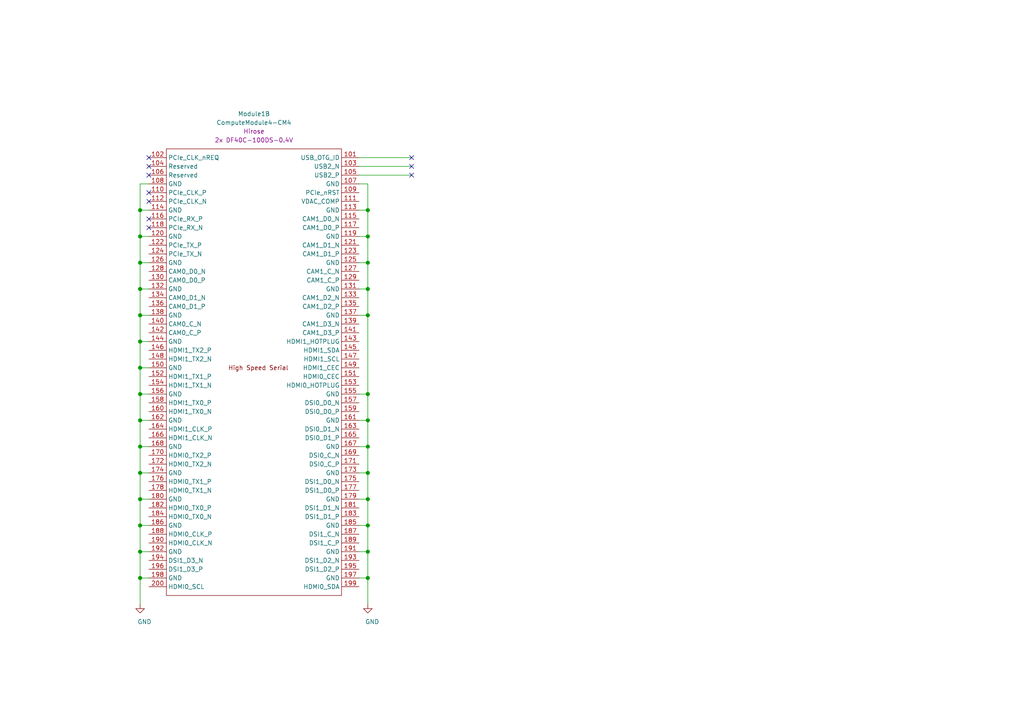
<source format=kicad_sch>
(kicad_sch (version 20210406) (generator eeschema)
  (paper "A4")
  (title_block (title "Raspberry Pi Compute Module 4 Base Carrier") (date "2021-06-01") (rev "v01") (comment 3 "License: CC BY-SA 4.0") (comment 4 "Author: Shawn Hymel"))
  (lib_symbols
    (symbol "CM4IO:ComputeModule4-CM4"
      (property "Reference" "Module" (at 113.03 -68.58 0))
      (property "Value" "ComputeModule4-CM4" (at 140.97 2.54 0))
      (property "Manufacturer" "Hirose" (at 0 0 0))
      (property "MPN" "2x DF40C-100DS-0.4V" (at 0 -2.54 0))
      (property "MPN (Alt)" "2x DF40HC(3.0)-100DS-0.4V" (at 0 0 0))
      (symbol "ComputeModule4-CM4_1_0"
        (text "GPIO" (at 0 6.35 0) (effects (font (size 1.27 1.27))))
      )
      (symbol "ComputeModule4-CM4_1_1"
        (text "600mA Max" (at -8.89 -53.34 0) (effects (font (size 1.27 1.27))))
        (text "600mA Max" (at -8.89 -48.26 0) (effects (font (size 1.27 1.27))))
        (text "NB SD signals are only available" (at -1.27 -27.94 0) (effects (font (size 1.27 1.27))))
        (text "on modules without eMMC" (at -1.27 -30.48 0) (effects (font (size 1.27 1.27))))
        (rectangle (start -30.48 -71.12) (end 25.4 58.42))
        (pin power_in line (at 27.94 55.88 180) (length 2.54) (name "GND") (number "1"))
        (pin passive line (at -33.02 45.72 0) (length 2.54) (name "Ethernet_Pair0_N") (number "10"))
        (pin output line (at -33.02 -68.58 0) (length 2.54) (name "nEXTRST") (number "100"))
        (pin passive line (at 27.94 43.18 180) (length 2.54) (name "Ethernet_Pair2_P") (number "11"))
        (pin passive line (at -33.02 43.18 0) (length 2.54) (name "Ethernet_Pair0_P") (number "12"))
        (pin power_in line (at 27.94 40.64 180) (length 2.54) (name "GND") (number "13"))
        (pin power_in line (at -33.02 40.64 0) (length 2.54) (name "GND") (number "14"))
        (pin output line (at 27.94 38.1 180) (length 2.54) (name "Ethernet_nLED3(3.3v)") (number "15"))
        (pin input line (at -33.02 38.1 0) (length 2.54) (name "Ethernet_SYNC_IN(1.8v)") (number "16"))
        (pin output line (at 27.94 35.56 180) (length 2.54) (name "Ethernet_nLED2(3.3v)") (number "17"))
        (pin input line (at -33.02 35.56 0) (length 2.54) (name "Ethernet_SYNC_OUT(1.8v)") (number "18"))
        (pin output line (at 27.94 33.02 180) (length 2.54) (name "Ethernet_nLED1(3.3v)") (number "19"))
        (pin power_in line (at -33.02 55.88 0) (length 2.54) (name "GND") (number "2"))
        (pin passive line (at -33.02 33.02 0) (length 2.54) (name "EEPROM_nWP") (number "20"))
        (pin open_collector line (at 27.94 30.48 180) (length 2.54) (name "PI_nLED_Activity") (number "21"))
        (pin power_in line (at -33.02 30.48 0) (length 2.54) (name "GND") (number "22"))
        (pin power_in line (at 27.94 27.94 180) (length 2.54) (name "GND") (number "23"))
        (pin passive line (at -33.02 27.94 0) (length 2.54) (name "GPIO26") (number "24"))
        (pin passive line (at 27.94 25.4 180) (length 2.54) (name "GPIO21") (number "25"))
        (pin passive line (at -33.02 25.4 0) (length 2.54) (name "GPIO19") (number "26"))
        (pin passive line (at 27.94 22.86 180) (length 2.54) (name "GPIO20") (number "27"))
        (pin passive line (at -33.02 22.86 0) (length 2.54) (name "GPIO13") (number "28"))
        (pin passive line (at 27.94 20.32 180) (length 2.54) (name "GPIO16") (number "29"))
        (pin passive line (at 27.94 53.34 180) (length 2.54) (name "Ethernet_Pair3_P") (number "3"))
        (pin passive line (at -33.02 20.32 0) (length 2.54) (name "GPIO6") (number "30"))
        (pin passive line (at 27.94 17.78 180) (length 2.54) (name "GPIO12") (number "31"))
        (pin power_in line (at -33.02 17.78 0) (length 2.54) (name "GND") (number "32"))
        (pin power_in line (at 27.94 15.24 180) (length 2.54) (name "GND") (number "33"))
        (pin passive line (at -33.02 15.24 0) (length 2.54) (name "GPIO5") (number "34"))
        (pin passive line (at 27.94 12.7 180) (length 2.54) (name "ID_SC") (number "35"))
        (pin passive line (at -33.02 12.7 0) (length 2.54) (name "ID_SD") (number "36"))
        (pin passive line (at 27.94 10.16 180) (length 2.54) (name "GPIO7") (number "37"))
        (pin passive line (at -33.02 10.16 0) (length 2.54) (name "GPIO11") (number "38"))
        (pin passive line (at 27.94 7.62 180) (length 2.54) (name "GPIO8") (number "39"))
        (pin passive line (at -33.02 53.34 0) (length 2.54) (name "Ethernet_Pair1_P") (number "4"))
        (pin passive line (at -33.02 7.62 0) (length 2.54) (name "GPIO9") (number "40"))
        (pin passive line (at 27.94 5.08 180) (length 2.54) (name "GPIO25") (number "41"))
        (pin power_in line (at -33.02 5.08 0) (length 2.54) (name "GND") (number "42"))
        (pin power_in line (at 27.94 2.54 180) (length 2.54) (name "GND") (number "43"))
        (pin passive line (at -33.02 2.54 0) (length 2.54) (name "GPIO10") (number "44"))
        (pin passive line (at 27.94 0 180) (length 2.54) (name "GPIO24") (number "45"))
        (pin passive line (at -33.02 0 0) (length 2.54) (name "GPIO22") (number "46"))
        (pin passive line (at 27.94 -2.54 180) (length 2.54) (name "GPIO23") (number "47"))
        (pin passive line (at -33.02 -2.54 0) (length 2.54) (name "GPIO27") (number "48"))
        (pin passive line (at 27.94 -5.08 180) (length 2.54) (name "GPIO18") (number "49"))
        (pin passive line (at 27.94 50.8 180) (length 2.54) (name "Ethernet_Pair3_N") (number "5"))
        (pin passive line (at -33.02 -5.08 0) (length 2.54) (name "GPIO17") (number "50"))
        (pin passive line (at 27.94 -7.62 180) (length 2.54) (name "GPIO15") (number "51"))
        (pin power_in line (at -33.02 -7.62 0) (length 2.54) (name "GND") (number "52"))
        (pin power_in line (at 27.94 -10.16 180) (length 2.54) (name "GND") (number "53"))
        (pin passive line (at -33.02 -10.16 0) (length 2.54) (name "GPIO4") (number "54"))
        (pin passive line (at 27.94 -12.7 180) (length 2.54) (name "GPIO14") (number "55"))
        (pin passive line (at -33.02 -12.7 0) (length 2.54) (name "GPIO3") (number "56"))
        (pin passive line (at 27.94 -15.24 180) (length 2.54) (name "SD_CLK") (number "57"))
        (pin passive line (at -33.02 -15.24 0) (length 2.54) (name "GPIO2") (number "58"))
        (pin power_in line (at 27.94 -17.78 180) (length 2.54) (name "GND") (number "59"))
        (pin passive line (at -33.02 50.8 0) (length 2.54) (name "Ethernet_Pair1_N") (number "6"))
        (pin power_in line (at -33.02 -17.78 0) (length 2.54) (name "GND") (number "60"))
        (pin passive line (at 27.94 -20.32 180) (length 2.54) (name "SD_DAT3") (number "61"))
        (pin passive line (at -33.02 -20.32 0) (length 2.54) (name "SD_CMD") (number "62"))
        (pin passive line (at 27.94 -22.86 180) (length 2.54) (name "SD_DAT0") (number "63"))
        (pin passive line (at -33.02 -22.86 0) (length 2.54) (name "SD_DAT5") (number "64"))
        (pin power_in line (at 27.94 -25.4 180) (length 2.54) (name "GND") (number "65"))
        (pin power_in line (at -33.02 -25.4 0) (length 2.54) (name "GND") (number "66"))
        (pin passive line (at 27.94 -27.94 180) (length 2.54) (name "SD_DAT1") (number "67"))
        (pin passive line (at -33.02 -27.94 0) (length 2.54) (name "SD_DAT4") (number "68"))
        (pin passive line (at 27.94 -30.48 180) (length 2.54) (name "SD_DAT2") (number "69"))
        (pin power_in line (at 27.94 48.26 180) (length 2.54) (name "GND") (number "7"))
        (pin passive line (at -33.02 -30.48 0) (length 2.54) (name "SD_DAT7") (number "70"))
        (pin power_in line (at 27.94 -33.02 180) (length 2.54) (name "GND") (number "71"))
        (pin passive line (at -33.02 -33.02 0) (length 2.54) (name "SD_DAT6") (number "72"))
        (pin input line (at 27.94 -35.56 180) (length 2.54) (name "SD_VDD_Override") (number "73"))
        (pin power_in line (at -33.02 -35.56 0) (length 2.54) (name "GND") (number "74"))
        (pin output line (at 27.94 -38.1 180) (length 2.54) (name "SD_PWR_ON") (number "75"))
        (pin passive line (at -33.02 -38.1 0) (length 2.54) (name "Reserved") (number "76"))
        (pin power_in line (at 27.94 -40.64 180) (length 2.54) (name "+5v_(Input)") (number "77"))
        (pin power_in line (at -33.02 -40.64 0) (length 2.54) (name "GPIO_VREF(1.8v/3.3v_Input)") (number "78"))
        (pin power_in line (at 27.94 -43.18 180) (length 2.54) (name "+5v_(Input)") (number "79"))
        (pin power_in line (at -33.02 48.26 0) (length 2.54) (name "GND") (number "8"))
        (pin passive line (at -33.02 -43.18 0) (length 2.54) (name "SCL0") (number "80"))
        (pin power_in line (at 27.94 -45.72 180) (length 2.54) (name "+5v_(Input)") (number "81"))
        (pin passive line (at -33.02 -45.72 0) (length 2.54) (name "SDA0") (number "82"))
        (pin power_in line (at 27.94 -48.26 180) (length 2.54) (name "+5v_(Input)") (number "83"))
        (pin power_out line (at -33.02 -48.26 0) (length 2.54) (name "+3.3v_(Output)") (number "84"))
        (pin power_in line (at 27.94 -50.8 180) (length 2.54) (name "+5v_(Input)") (number "85"))
        (pin power_out line (at -33.02 -50.8 0) (length 2.54) (name "+3.3v_(Output)") (number "86"))
        (pin power_in line (at 27.94 -53.34 180) (length 2.54) (name "+5v_(Input)") (number "87"))
        (pin power_out line (at -33.02 -53.34 0) (length 2.54) (name "+1.8v_(Output)") (number "88"))
        (pin power_in line (at 27.94 -55.88 180) (length 2.54) (name "WiFi_nDisable") (number "89"))
        (pin passive line (at 27.94 45.72 180) (length 2.54) (name "Ethernet_Pair2_N") (number "9"))
        (pin power_out line (at -33.02 -55.88 0) (length 2.54) (name "+1.8v_(Output)") (number "90"))
        (pin power_in line (at 27.94 -58.42 180) (length 2.54) (name "BT_nDisable") (number "91"))
        (pin passive line (at -33.02 -58.42 0) (length 2.54) (name "RUN_PG") (number "92"))
        (pin input line (at 27.94 -60.96 180) (length 2.54) (name "nRPIBOOT") (number "93"))
        (pin passive line (at -33.02 -60.96 0) (length 2.54) (name "AnalogIP0") (number "94"))
        (pin output line (at 27.94 -63.5 180) (length 2.54) (name "nPI_LED_PWR") (number "95"))
        (pin passive line (at -33.02 -63.5 0) (length 2.54) (name "AnalogIP1") (number "96"))
        (pin passive line (at 27.94 -66.04 180) (length 2.54) (name "Camera_GPIO") (number "97"))
        (pin power_in line (at -33.02 -66.04 0) (length 2.54) (name "GND") (number "98"))
        (pin input line (at 27.94 -68.58 180) (length 2.54) (name "Global_EN") (number "99"))
      )
      (symbol "ComputeModule4-CM4_2_1"
        (text "High Speed Serial" (at 140.97 0 0) (effects (font (size 1.27 1.27))))
        (rectangle (start 114.3 -66.04) (end 165.1 63.5))
        (pin input line (at 170.18 60.96 180) (length 5.08) (name "USB_OTG_ID") (number "101"))
        (pin input line (at 109.22 60.96 0) (length 5.08) (name "PCIe_CLK_nREQ") (number "102"))
        (pin passive line (at 170.18 58.42 180) (length 5.08) (name "USB2_N") (number "103"))
        (pin passive line (at 109.22 58.42 0) (length 5.08) (name "Reserved") (number "104"))
        (pin passive line (at 170.18 55.88 180) (length 5.08) (name "USB2_P") (number "105"))
        (pin passive line (at 109.22 55.88 0) (length 5.08) (name "Reserved") (number "106"))
        (pin power_in line (at 170.18 53.34 180) (length 5.08) (name "GND") (number "107"))
        (pin power_in line (at 109.22 53.34 0) (length 5.08) (name "GND") (number "108"))
        (pin bidirectional line (at 170.18 50.8 180) (length 5.08) (name "PCIe_nRST") (number "109"))
        (pin output line (at 109.22 50.8 0) (length 5.08) (name "PCIe_CLK_P") (number "110"))
        (pin passive line (at 170.18 48.26 180) (length 5.08) (name "VDAC_COMP") (number "111"))
        (pin output line (at 109.22 48.26 0) (length 5.08) (name "PCIe_CLK_N") (number "112"))
        (pin power_in line (at 170.18 45.72 180) (length 5.08) (name "GND") (number "113"))
        (pin power_in line (at 109.22 45.72 0) (length 5.08) (name "GND") (number "114"))
        (pin input line (at 170.18 43.18 180) (length 5.08) (name "CAM1_D0_N") (number "115"))
        (pin input line (at 109.22 43.18 0) (length 5.08) (name "PCIe_RX_P") (number "116"))
        (pin input line (at 170.18 40.64 180) (length 5.08) (name "CAM1_D0_P") (number "117"))
        (pin input line (at 109.22 40.64 0) (length 5.08) (name "PCIe_RX_N") (number "118"))
        (pin power_in line (at 170.18 38.1 180) (length 5.08) (name "GND") (number "119"))
        (pin power_in line (at 109.22 38.1 0) (length 5.08) (name "GND") (number "120"))
        (pin input line (at 170.18 35.56 180) (length 5.08) (name "CAM1_D1_N") (number "121"))
        (pin output line (at 109.22 35.56 0) (length 5.08) (name "PCIe_TX_P") (number "122"))
        (pin input line (at 170.18 33.02 180) (length 5.08) (name "CAM1_D1_P") (number "123"))
        (pin output line (at 109.22 33.02 0) (length 5.08) (name "PCIe_TX_N") (number "124"))
        (pin power_in line (at 170.18 30.48 180) (length 5.08) (name "GND") (number "125"))
        (pin power_in line (at 109.22 30.48 0) (length 5.08) (name "GND") (number "126"))
        (pin input line (at 170.18 27.94 180) (length 5.08) (name "CAM1_C_N") (number "127"))
        (pin input line (at 109.22 27.94 0) (length 5.08) (name "CAM0_D0_N") (number "128"))
        (pin input line (at 170.18 25.4 180) (length 5.08) (name "CAM1_C_P") (number "129"))
        (pin input line (at 109.22 25.4 0) (length 5.08) (name "CAM0_D0_P") (number "130"))
        (pin power_in line (at 170.18 22.86 180) (length 5.08) (name "GND") (number "131"))
        (pin power_in line (at 109.22 22.86 0) (length 5.08) (name "GND") (number "132"))
        (pin input line (at 170.18 20.32 180) (length 5.08) (name "CAM1_D2_N") (number "133"))
        (pin input line (at 109.22 20.32 0) (length 5.08) (name "CAM0_D1_N") (number "134"))
        (pin input line (at 170.18 17.78 180) (length 5.08) (name "CAM1_D2_P") (number "135"))
        (pin input line (at 109.22 17.78 0) (length 5.08) (name "CAM0_D1_P") (number "136"))
        (pin power_in line (at 170.18 15.24 180) (length 5.08) (name "GND") (number "137"))
        (pin power_in line (at 109.22 15.24 0) (length 5.08) (name "GND") (number "138"))
        (pin input line (at 170.18 12.7 180) (length 5.08) (name "CAM1_D3_N") (number "139"))
        (pin input line (at 109.22 12.7 0) (length 5.08) (name "CAM0_C_N") (number "140"))
        (pin input line (at 170.18 10.16 180) (length 5.08) (name "CAM1_D3_P") (number "141"))
        (pin input line (at 109.22 10.16 0) (length 5.08) (name "CAM0_C_P") (number "142"))
        (pin input line (at 170.18 7.62 180) (length 5.08) (name "HDMI1_HOTPLUG") (number "143"))
        (pin power_in line (at 109.22 7.62 0) (length 5.08) (name "GND") (number "144"))
        (pin bidirectional line (at 170.18 5.08 180) (length 5.08) (name "HDMI1_SDA") (number "145"))
        (pin output line (at 109.22 5.08 0) (length 5.08) (name "HDMI1_TX2_P") (number "146"))
        (pin open_collector line (at 170.18 2.54 180) (length 5.08) (name "HDMI1_SCL") (number "147"))
        (pin output line (at 109.22 2.54 0) (length 5.08) (name "HDMI1_TX2_N") (number "148"))
        (pin open_collector line (at 170.18 0 180) (length 5.08) (name "HDMI1_CEC") (number "149"))
        (pin power_in line (at 109.22 0 0) (length 5.08) (name "GND") (number "150"))
        (pin open_collector line (at 170.18 -2.54 180) (length 5.08) (name "HDMI0_CEC") (number "151"))
        (pin output line (at 109.22 -2.54 0) (length 5.08) (name "HDMI1_TX1_P") (number "152"))
        (pin input line (at 170.18 -5.08 180) (length 5.08) (name "HDMI0_HOTPLUG") (number "153"))
        (pin output line (at 109.22 -5.08 0) (length 5.08) (name "HDMI1_TX1_N") (number "154"))
        (pin power_in line (at 170.18 -7.62 180) (length 5.08) (name "GND") (number "155"))
        (pin power_in line (at 109.22 -7.62 0) (length 5.08) (name "GND") (number "156"))
        (pin output line (at 170.18 -10.16 180) (length 5.08) (name "DSI0_D0_N") (number "157"))
        (pin output line (at 109.22 -10.16 0) (length 5.08) (name "HDMI1_TX0_P") (number "158"))
        (pin output line (at 170.18 -12.7 180) (length 5.08) (name "DSI0_D0_P") (number "159"))
        (pin output line (at 109.22 -12.7 0) (length 5.08) (name "HDMI1_TX0_N") (number "160"))
        (pin power_in line (at 170.18 -15.24 180) (length 5.08) (name "GND") (number "161"))
        (pin power_in line (at 109.22 -15.24 0) (length 5.08) (name "GND") (number "162"))
        (pin output line (at 170.18 -17.78 180) (length 5.08) (name "DSI0_D1_N") (number "163"))
        (pin output line (at 109.22 -17.78 0) (length 5.08) (name "HDMI1_CLK_P") (number "164"))
        (pin output line (at 170.18 -20.32 180) (length 5.08) (name "DSI0_D1_P") (number "165"))
        (pin output line (at 109.22 -20.32 0) (length 5.08) (name "HDMI1_CLK_N") (number "166"))
        (pin power_in line (at 170.18 -22.86 180) (length 5.08) (name "GND") (number "167"))
        (pin power_in line (at 109.22 -22.86 0) (length 5.08) (name "GND") (number "168"))
        (pin output line (at 170.18 -25.4 180) (length 5.08) (name "DSI0_C_N") (number "169"))
        (pin output line (at 109.22 -25.4 0) (length 5.08) (name "HDMI0_TX2_P") (number "170"))
        (pin output line (at 170.18 -27.94 180) (length 5.08) (name "DSI0_C_P") (number "171"))
        (pin output line (at 109.22 -27.94 0) (length 5.08) (name "HDMI0_TX2_N") (number "172"))
        (pin power_in line (at 170.18 -30.48 180) (length 5.08) (name "GND") (number "173"))
        (pin power_in line (at 109.22 -30.48 0) (length 5.08) (name "GND") (number "174"))
        (pin output line (at 170.18 -33.02 180) (length 5.08) (name "DSI1_D0_N") (number "175"))
        (pin output line (at 109.22 -33.02 0) (length 5.08) (name "HDMI0_TX1_P") (number "176"))
        (pin output line (at 170.18 -35.56 180) (length 5.08) (name "DSI1_D0_P") (number "177"))
        (pin output line (at 109.22 -35.56 0) (length 5.08) (name "HDMI0_TX1_N") (number "178"))
        (pin power_in line (at 170.18 -38.1 180) (length 5.08) (name "GND") (number "179"))
        (pin power_in line (at 109.22 -38.1 0) (length 5.08) (name "GND") (number "180"))
        (pin output line (at 170.18 -40.64 180) (length 5.08) (name "DSI1_D1_N") (number "181"))
        (pin output line (at 109.22 -40.64 0) (length 5.08) (name "HDMI0_TX0_P") (number "182"))
        (pin output line (at 170.18 -43.18 180) (length 5.08) (name "DSI1_D1_P") (number "183"))
        (pin output line (at 109.22 -43.18 0) (length 5.08) (name "HDMI0_TX0_N") (number "184"))
        (pin power_in line (at 170.18 -45.72 180) (length 5.08) (name "GND") (number "185"))
        (pin power_in line (at 109.22 -45.72 0) (length 5.08) (name "GND") (number "186"))
        (pin output line (at 170.18 -48.26 180) (length 5.08) (name "DSI1_C_N") (number "187"))
        (pin output line (at 109.22 -48.26 0) (length 5.08) (name "HDMI0_CLK_P") (number "188"))
        (pin output line (at 170.18 -50.8 180) (length 5.08) (name "DSI1_C_P") (number "189"))
        (pin output line (at 109.22 -50.8 0) (length 5.08) (name "HDMI0_CLK_N") (number "190"))
        (pin power_in line (at 170.18 -53.34 180) (length 5.08) (name "GND") (number "191"))
        (pin power_in line (at 109.22 -53.34 0) (length 5.08) (name "GND") (number "192"))
        (pin output line (at 170.18 -55.88 180) (length 5.08) (name "DSI1_D2_N") (number "193"))
        (pin output line (at 109.22 -55.88 0) (length 5.08) (name "DSI1_D3_N") (number "194"))
        (pin output line (at 170.18 -58.42 180) (length 5.08) (name "DSI1_D2_P") (number "195"))
        (pin output line (at 109.22 -58.42 0) (length 5.08) (name "DSI1_D3_P") (number "196"))
        (pin power_in line (at 170.18 -60.96 180) (length 5.08) (name "GND") (number "197"))
        (pin power_in line (at 109.22 -60.96 0) (length 5.08) (name "GND") (number "198"))
        (pin bidirectional line (at 170.18 -63.5 180) (length 5.08) (name "HDMI0_SDA") (number "199"))
        (pin open_collector line (at 109.22 -63.5 0) (length 5.08) (name "HDMI0_SCL") (number "200"))
      )
    )
    (symbol "power:GND" (power) (pin_names (offset 0))
      (property "Value" "GND" (at 0 -3.81 0))
      (symbol "GND_0_1"
        (polyline (pts (xy 0 0) (xy 0 -1.27) (xy 1.27 -1.27) (xy 0 -2.54) (xy -1.27 -1.27) (xy 0 -1.27)))
      )
      (symbol "GND_1_1"
        (pin power_in line (at 0 0 270) (length 0) hide (name "GND") (number "1"))
      )
    )
  )
  (junction (at 40.64 60.96) (diameter 1.016))
  (junction (at 40.64 68.58) (diameter 1.016))
  (junction (at 40.64 76.2) (diameter 1.016))
  (junction (at 40.64 83.82) (diameter 1.016))
  (junction (at 40.64 91.44) (diameter 1.016))
  (junction (at 40.64 99.06) (diameter 1.016))
  (junction (at 40.64 106.68) (diameter 1.016))
  (junction (at 40.64 114.3) (diameter 1.016))
  (junction (at 40.64 121.92) (diameter 1.016))
  (junction (at 40.64 129.54) (diameter 1.016))
  (junction (at 40.64 137.16) (diameter 1.016))
  (junction (at 40.64 144.78) (diameter 1.016))
  (junction (at 40.64 152.4) (diameter 1.016))
  (junction (at 40.64 160.02) (diameter 1.016))
  (junction (at 40.64 167.64) (diameter 1.016))
  (junction (at 106.68 60.96) (diameter 1.016))
  (junction (at 106.68 68.58) (diameter 1.016))
  (junction (at 106.68 76.2) (diameter 1.016))
  (junction (at 106.68 83.82) (diameter 1.016))
  (junction (at 106.68 91.44) (diameter 1.016))
  (junction (at 106.68 114.3) (diameter 1.016))
  (junction (at 106.68 121.92) (diameter 1.016))
  (junction (at 106.68 129.54) (diameter 1.016))
  (junction (at 106.68 137.16) (diameter 1.016))
  (junction (at 106.68 144.78) (diameter 1.016))
  (junction (at 106.68 152.4) (diameter 1.016))
  (junction (at 106.68 160.02) (diameter 1.016))
  (junction (at 106.68 167.64) (diameter 1.016))
  (no_connect (at 43.18 45.72))
  (no_connect (at 43.18 48.26))
  (no_connect (at 43.18 50.8))
  (no_connect (at 43.18 55.88))
  (no_connect (at 43.18 58.42))
  (no_connect (at 43.18 63.5))
  (no_connect (at 43.18 66.04))
  (no_connect (at 119.38 45.72))
  (no_connect (at 119.38 48.26))
  (no_connect (at 119.38 50.8))
  (wire (pts (xy 40.64 53.34) (xy 40.64 60.96)))
  (wire (pts (xy 40.64 53.34) (xy 43.18 53.34)))
  (wire (pts (xy 40.64 60.96) (xy 40.64 68.58)))
  (wire (pts (xy 40.64 60.96) (xy 43.18 60.96)))
  (wire (pts (xy 40.64 68.58) (xy 40.64 76.2)))
  (wire (pts (xy 40.64 68.58) (xy 43.18 68.58)))
  (wire (pts (xy 40.64 76.2) (xy 40.64 83.82)))
  (wire (pts (xy 40.64 76.2) (xy 43.18 76.2)))
  (wire (pts (xy 40.64 83.82) (xy 40.64 91.44)))
  (wire (pts (xy 40.64 83.82) (xy 43.18 83.82)))
  (wire (pts (xy 40.64 91.44) (xy 40.64 99.06)))
  (wire (pts (xy 40.64 91.44) (xy 43.18 91.44)))
  (wire (pts (xy 40.64 99.06) (xy 40.64 106.68)))
  (wire (pts (xy 40.64 99.06) (xy 43.18 99.06)))
  (wire (pts (xy 40.64 106.68) (xy 40.64 114.3)))
  (wire (pts (xy 40.64 106.68) (xy 43.18 106.68)))
  (wire (pts (xy 40.64 114.3) (xy 40.64 121.92)))
  (wire (pts (xy 40.64 114.3) (xy 43.18 114.3)))
  (wire (pts (xy 40.64 121.92) (xy 40.64 129.54)))
  (wire (pts (xy 40.64 121.92) (xy 43.18 121.92)))
  (wire (pts (xy 40.64 129.54) (xy 40.64 137.16)))
  (wire (pts (xy 40.64 129.54) (xy 43.18 129.54)))
  (wire (pts (xy 40.64 137.16) (xy 40.64 144.78)))
  (wire (pts (xy 40.64 137.16) (xy 43.18 137.16)))
  (wire (pts (xy 40.64 144.78) (xy 40.64 152.4)))
  (wire (pts (xy 40.64 144.78) (xy 43.18 144.78)))
  (wire (pts (xy 40.64 152.4) (xy 40.64 160.02)))
  (wire (pts (xy 40.64 152.4) (xy 43.18 152.4)))
  (wire (pts (xy 40.64 160.02) (xy 40.64 167.64)))
  (wire (pts (xy 40.64 160.02) (xy 43.18 160.02)))
  (wire (pts (xy 40.64 167.64) (xy 40.64 175.26)))
  (wire (pts (xy 40.64 167.64) (xy 43.18 167.64)))
  (wire (pts (xy 104.14 45.72) (xy 119.38 45.72)))
  (wire (pts (xy 104.14 48.26) (xy 119.38 48.26)))
  (wire (pts (xy 104.14 50.8) (xy 119.38 50.8)))
  (wire (pts (xy 104.14 53.34) (xy 106.68 53.34)))
  (wire (pts (xy 104.14 60.96) (xy 106.68 60.96)))
  (wire (pts (xy 104.14 68.58) (xy 106.68 68.58)))
  (wire (pts (xy 104.14 76.2) (xy 106.68 76.2)))
  (wire (pts (xy 104.14 83.82) (xy 106.68 83.82)))
  (wire (pts (xy 104.14 91.44) (xy 106.68 91.44)))
  (wire (pts (xy 104.14 114.3) (xy 106.68 114.3)))
  (wire (pts (xy 104.14 121.92) (xy 106.68 121.92)))
  (wire (pts (xy 104.14 129.54) (xy 106.68 129.54)))
  (wire (pts (xy 104.14 137.16) (xy 106.68 137.16)))
  (wire (pts (xy 104.14 144.78) (xy 106.68 144.78)))
  (wire (pts (xy 104.14 152.4) (xy 106.68 152.4)))
  (wire (pts (xy 104.14 160.02) (xy 106.68 160.02)))
  (wire (pts (xy 104.14 167.64) (xy 106.68 167.64)))
  (wire (pts (xy 106.68 53.34) (xy 106.68 60.96)))
  (wire (pts (xy 106.68 60.96) (xy 106.68 68.58)))
  (wire (pts (xy 106.68 68.58) (xy 106.68 76.2)))
  (wire (pts (xy 106.68 76.2) (xy 106.68 83.82)))
  (wire (pts (xy 106.68 83.82) (xy 106.68 91.44)))
  (wire (pts (xy 106.68 91.44) (xy 106.68 114.3)))
  (wire (pts (xy 106.68 114.3) (xy 106.68 121.92)))
  (wire (pts (xy 106.68 121.92) (xy 106.68 129.54)))
  (wire (pts (xy 106.68 129.54) (xy 106.68 137.16)))
  (wire (pts (xy 106.68 137.16) (xy 106.68 144.78)))
  (wire (pts (xy 106.68 144.78) (xy 106.68 152.4)))
  (wire (pts (xy 106.68 152.4) (xy 106.68 160.02)))
  (wire (pts (xy 106.68 160.02) (xy 106.68 167.64)))
  (wire (pts (xy 106.68 167.64) (xy 106.68 175.26)))
  (symbol (lib_id "power:GND") (at 40.64 175.26 0) (unit 1)
    (property "Reference" "#PWR0111" (effects hide))
    (property "Value" "GND" (at 41.91 180.34 0))
  )
  (symbol (lib_id "power:GND") (at 106.68 175.26 0) (unit 1)
    (property "Reference" "#PWR0112" (effects hide))
    (property "Value" "GND" (at 107.95 180.34 0))
  )
  (symbol (lib_id "CM4IO:ComputeModule4-CM4") (at -66.04 106.68 0) (unit 2)
    (property "Reference" "Module1" (at 73.66 33.02 0))
    (property "Value" "ComputeModule4-CM4" (at 73.66 35.56 0))
    (property "Footprint" "CM4IO:Raspberry-Pi-4-Compute-Module" (effects hide))
    (property "Field4" "Hirose" (at 73.66 38.1 0))
    (property "Field5" "2x DF40C-100DS-0.4V" (at 73.66 40.64 0))
    (property "Digi-Key_PN" "2x H11615CT-ND" (effects hide))
    (property "Digi-Key_PN (Alt)" "2x H124602CT-ND" (effects hide))
  )
)
</source>
